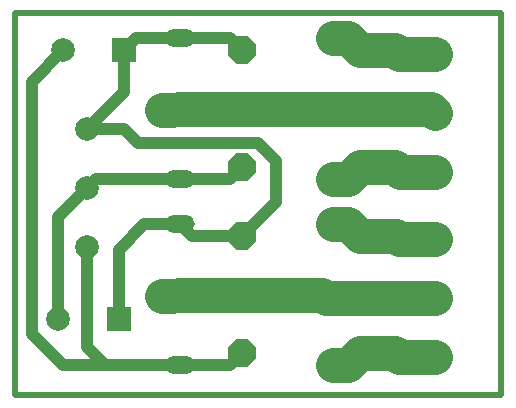
<source format=gbl>
G04 Layer_Physical_Order=2*
G04 Layer_Color=16711680*
%FSLAX43Y43*%
%MOMM*%
G71*
G01*
G75*
%ADD10C,0.500*%
%ADD11C,3.000*%
%ADD12C,1.000*%
%ADD13O,2.500X1.524*%
%ADD14C,2.000*%
%ADD15R,2.000X2.000*%
%ADD16C,2.300*%
%ADD17P,2.490X8X292.5*%
D10*
X0Y32385D02*
X41148D01*
Y0D02*
Y32385D01*
X0Y0D02*
Y32385D01*
Y0D02*
X41148D01*
X32182Y29204D02*
X32510Y28876D01*
X32182Y3556D02*
X32530Y3208D01*
X25984Y8506D02*
X26282Y8208D01*
D11*
X29177Y19304D02*
X32131D01*
X32559Y18876D01*
X35560D01*
X29177Y29204D02*
X32182D01*
X32510Y28876D02*
X35560D01*
X29177Y3556D02*
X32182D01*
X32530Y3208D02*
X35560D01*
X29177Y13456D02*
X32233D01*
X32481Y13208D01*
X35560D01*
X16727Y8506D02*
X25984D01*
X26282Y8208D02*
X35560D01*
X28161Y18288D02*
X29177Y19304D01*
X26924Y18288D02*
X28161D01*
X28155Y30226D02*
X29177Y29204D01*
X26924Y30226D02*
X28155D01*
X12446Y24130D02*
X14704Y24254D01*
X28161Y2540D02*
X29177Y3556D01*
X26924Y2540D02*
X28161D01*
X28155Y14478D02*
X29177Y13456D01*
X26924Y14478D02*
X28155D01*
X12446Y8382D02*
X14704Y8506D01*
X16727D01*
X35182Y24254D02*
X35560Y23876D01*
X16727Y24254D02*
X35182D01*
X14704D02*
X16727D01*
D12*
X7620Y2540D02*
X13922D01*
X6096Y4064D02*
X7620Y2540D01*
X6096Y4064D02*
Y12573D01*
X18161Y18288D02*
X19177Y19304D01*
X13922Y18288D02*
X18161D01*
X6096Y17573D02*
X6811Y18288D01*
X3660Y15137D02*
X6096Y17573D01*
X3660Y6477D02*
Y15137D01*
X18161Y2540D02*
X19177Y3556D01*
X13922Y2540D02*
X18161D01*
X18155Y30226D02*
X19177Y29204D01*
X13922Y30226D02*
X18155D01*
X9167Y29210D02*
X10183Y30226D01*
X9167Y25644D02*
Y29210D01*
X6096Y22573D02*
X9167Y25644D01*
X6096Y22573D02*
X9177D01*
X22098Y16377D02*
Y19812D01*
X19177Y13456D02*
X22098Y16377D01*
X8763Y6477D02*
Y12319D01*
X10922Y14478D01*
X13922D01*
X1397Y26543D02*
X4064Y29210D01*
X1397Y5207D02*
Y26543D01*
Y5207D02*
X4064Y2540D01*
X7620D01*
X13922Y14478D02*
X14944Y13456D01*
X19177D01*
X9177Y22573D02*
X10414Y21336D01*
X20574D01*
X22098Y19812D01*
X6811Y18288D02*
X13922D01*
X10183Y30226D02*
X13922D01*
D13*
Y18288D02*
D03*
Y30226D02*
D03*
X26924D02*
D03*
X12446Y24130D02*
D03*
X26924Y18288D02*
D03*
X13922Y2540D02*
D03*
Y14478D02*
D03*
X26924D02*
D03*
X12446Y8382D02*
D03*
X26924Y2540D02*
D03*
D14*
X3660Y6477D02*
D03*
X6096Y12573D02*
D03*
Y22573D02*
D03*
Y17573D02*
D03*
X4064Y29210D02*
D03*
X35560Y28876D02*
D03*
Y18876D02*
D03*
Y23876D02*
D03*
Y13208D02*
D03*
Y3208D02*
D03*
Y8208D02*
D03*
D15*
X8763Y6477D02*
D03*
X9167Y29210D02*
D03*
D16*
X16727Y24254D02*
D03*
X29177Y19304D02*
D03*
Y29204D02*
D03*
X16727Y8506D02*
D03*
X29177Y3556D02*
D03*
Y13456D02*
D03*
D17*
X19177Y19304D02*
D03*
Y29204D02*
D03*
Y3556D02*
D03*
Y13456D02*
D03*
M02*

</source>
